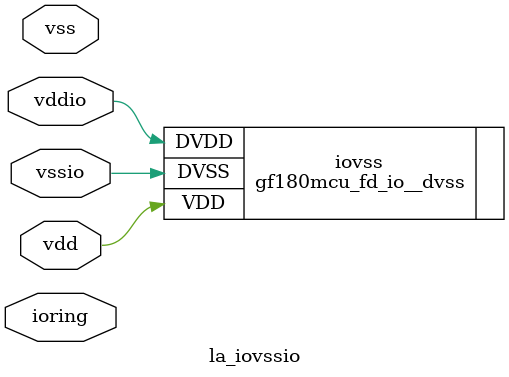
<source format=v>
module la_iovssio
  #(
    parameter TYPE = "DEFAULT" // cell type
    )
   (
    inout 	vdd, // core supply
    inout 	vss, // core ground
    inout 	vddio, // io supply
    inout 	vssio, // io ground
    inout [7:0] ioring // generic io-ring interface
    );

   gf180mcu_fd_io__dvss
     iovss (.DVDD(vddio),
	    .DVSS(vssio),
	    .VDD(vdd));

endmodule

</source>
